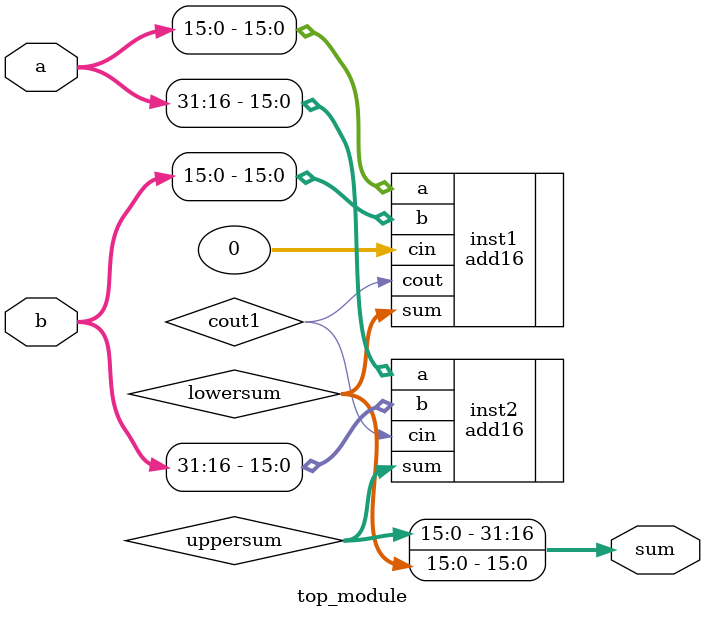
<source format=v>
module top_module(
    input [31:0] a,
    input [31:0] b,
    output [31:0] sum
);
    wire [15:0]lowersum,uppersum;
    wire cout1;
    add16 inst1(
        .a(a[15:0]),
        .b(b[15:0]),
        .cin(0),
        .cout(cout1),
        .sum(lowersum)
    );
    add16 inst2(
        .a(a[31:16]),
        .b(b[31:16]),
        .cin(cout1),
        .sum(uppersum)
    );
    
    always @(*)begin
        sum = ({uppersum,lowersum});
    end
endmodule

</source>
